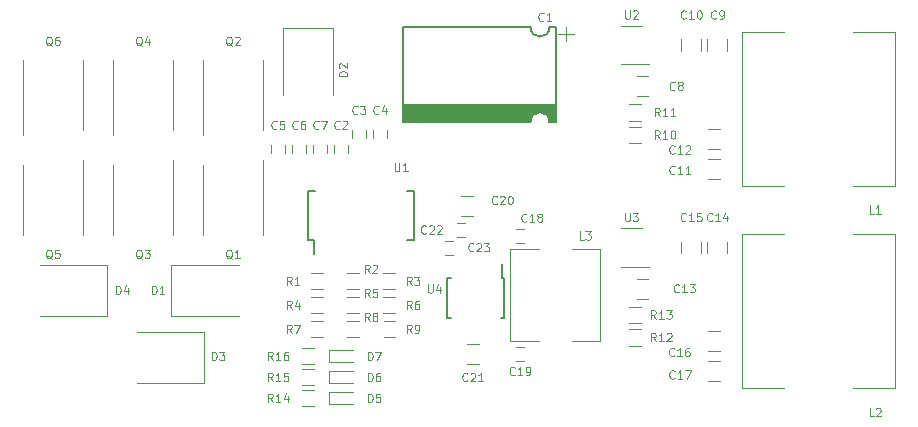
<source format=gbr>
G04 #@! TF.FileFunction,Legend,Top*
%FSLAX46Y46*%
G04 Gerber Fmt 4.6, Leading zero omitted, Abs format (unit mm)*
G04 Created by KiCad (PCBNEW 4.0.7) date Tuesday, March 06, 2018 'AMt' 10:20:30 AM*
%MOMM*%
%LPD*%
G01*
G04 APERTURE LIST*
%ADD10C,0.100000*%
%ADD11C,0.120000*%
%ADD12C,0.150000*%
%ADD13R,0.750020X0.800020*%
%ADD14R,1.000020X1.250020*%
%ADD15R,1.250020X1.000020*%
%ADD16R,2.500020X2.300020*%
%ADD17R,2.300020X2.500020*%
%ADD18R,0.800020X0.800020*%
%ADD19R,5.000020X4.500020*%
%ADD20R,0.610020X1.270020*%
%ADD21R,0.610020X1.020020*%
%ADD22R,3.910020X3.810020*%
%ADD23R,0.500020X0.900020*%
%ADD24R,0.400020X1.200020*%
%ADD25R,1.060020X0.650020*%
%ADD26R,1.905020X7.620020*%
%ADD27R,1.600020X1.600020*%
%ADD28C,1.600020*%
%ADD29R,0.800020X0.750020*%
%ADD30R,2.000020X3.000020*%
%ADD31R,0.300020X1.400020*%
%ADD32R,2.850020X1.650020*%
G04 APERTURE END LIST*
D10*
D11*
X85944000Y-105822000D02*
X85944000Y-106522000D01*
X84744000Y-106522000D02*
X84744000Y-105822000D01*
X87468000Y-104552000D02*
X87468000Y-105252000D01*
X86268000Y-105252000D02*
X86268000Y-104552000D01*
X89246000Y-104552000D02*
X89246000Y-105252000D01*
X88046000Y-105252000D02*
X88046000Y-104552000D01*
X79410000Y-106522000D02*
X79410000Y-105822000D01*
X80610000Y-105822000D02*
X80610000Y-106522000D01*
X81188000Y-106522000D02*
X81188000Y-105822000D01*
X82388000Y-105822000D02*
X82388000Y-106522000D01*
X82966000Y-106522000D02*
X82966000Y-105822000D01*
X84166000Y-105822000D02*
X84166000Y-106522000D01*
X111371000Y-99988000D02*
X110371000Y-99988000D01*
X110371000Y-101688000D02*
X111371000Y-101688000D01*
X118071000Y-97845500D02*
X118071000Y-96845500D01*
X116371000Y-96845500D02*
X116371000Y-97845500D01*
X115848500Y-97845500D02*
X115848500Y-96845500D01*
X114148500Y-96845500D02*
X114148500Y-97845500D01*
X116403500Y-108673000D02*
X117403500Y-108673000D01*
X117403500Y-106973000D02*
X116403500Y-106973000D01*
X116403500Y-106133000D02*
X117403500Y-106133000D01*
X117403500Y-104433000D02*
X116403500Y-104433000D01*
X111371000Y-117133000D02*
X110371000Y-117133000D01*
X110371000Y-118833000D02*
X111371000Y-118833000D01*
X118071000Y-114990500D02*
X118071000Y-113990500D01*
X116371000Y-113990500D02*
X116371000Y-114990500D01*
X115848500Y-114990500D02*
X115848500Y-113990500D01*
X114148500Y-113990500D02*
X114148500Y-114990500D01*
X116403500Y-123278000D02*
X117403500Y-123278000D01*
X117403500Y-121578000D02*
X116403500Y-121578000D01*
X116403500Y-125818000D02*
X117403500Y-125818000D01*
X117403500Y-124118000D02*
X116403500Y-124118000D01*
X96000000Y-124350000D02*
X97000000Y-124350000D01*
X97000000Y-122650000D02*
X96000000Y-122650000D01*
X70990000Y-115960000D02*
X70990000Y-120260000D01*
X70990000Y-120260000D02*
X76690000Y-120260000D01*
X70990000Y-115960000D02*
X76690000Y-115960000D01*
X84700000Y-95900000D02*
X80400000Y-95900000D01*
X80400000Y-95900000D02*
X80400000Y-101600000D01*
X84700000Y-95900000D02*
X84700000Y-101600000D01*
X73790000Y-125975000D02*
X73790000Y-121675000D01*
X73790000Y-121675000D02*
X68090000Y-121675000D01*
X73790000Y-125975000D02*
X68090000Y-125975000D01*
X65535000Y-120260000D02*
X65535000Y-115960000D01*
X65535000Y-115960000D02*
X59835000Y-115960000D01*
X65535000Y-120260000D02*
X59835000Y-120260000D01*
X84298000Y-124976000D02*
X84298000Y-125976000D01*
X84298000Y-125976000D02*
X86398000Y-125976000D01*
X84298000Y-124976000D02*
X86398000Y-124976000D01*
X84298000Y-123198000D02*
X84298000Y-124198000D01*
X84298000Y-124198000D02*
X86398000Y-124198000D01*
X84298000Y-123198000D02*
X86398000Y-123198000D01*
X122893500Y-96243000D02*
X119293500Y-96243000D01*
X119293500Y-96243000D02*
X119293500Y-109243000D01*
X119293500Y-109243000D02*
X122893500Y-109243000D01*
X128693500Y-96243000D02*
X132293500Y-96243000D01*
X132293500Y-96243000D02*
X132293500Y-109243000D01*
X132293500Y-109243000D02*
X128693500Y-109243000D01*
X122893500Y-113388000D02*
X119293500Y-113388000D01*
X119293500Y-113388000D02*
X119293500Y-126388000D01*
X119293500Y-126388000D02*
X122893500Y-126388000D01*
X128693500Y-113388000D02*
X132293500Y-113388000D01*
X132293500Y-113388000D02*
X132293500Y-126388000D01*
X132293500Y-126388000D02*
X128693500Y-126388000D01*
X78770000Y-107090000D02*
X78770000Y-113435000D01*
X73630000Y-107545000D02*
X73630000Y-113435000D01*
X73630000Y-105000000D02*
X73630000Y-98655000D01*
X78770000Y-104545000D02*
X78770000Y-98655000D01*
X71150000Y-107090000D02*
X71150000Y-113435000D01*
X66010000Y-107545000D02*
X66010000Y-113435000D01*
X66010000Y-105000000D02*
X66010000Y-98655000D01*
X71150000Y-104545000D02*
X71150000Y-98655000D01*
X63530000Y-107090000D02*
X63530000Y-113435000D01*
X58390000Y-107545000D02*
X58390000Y-113435000D01*
X58390000Y-105000000D02*
X58390000Y-98655000D01*
X63530000Y-104545000D02*
X63530000Y-98655000D01*
X82812000Y-116668000D02*
X83812000Y-116668000D01*
X83812000Y-118028000D02*
X82812000Y-118028000D01*
X86860000Y-118028000D02*
X85860000Y-118028000D01*
X85860000Y-116668000D02*
X86860000Y-116668000D01*
X88930000Y-116668000D02*
X89930000Y-116668000D01*
X89930000Y-118028000D02*
X88930000Y-118028000D01*
X82812000Y-118700000D02*
X83812000Y-118700000D01*
X83812000Y-120060000D02*
X82812000Y-120060000D01*
X86860000Y-120060000D02*
X85860000Y-120060000D01*
X85860000Y-118700000D02*
X86860000Y-118700000D01*
X88908000Y-118700000D02*
X89908000Y-118700000D01*
X89908000Y-120060000D02*
X88908000Y-120060000D01*
X82812000Y-120732000D02*
X83812000Y-120732000D01*
X83812000Y-122092000D02*
X82812000Y-122092000D01*
X86860000Y-122092000D02*
X85860000Y-122092000D01*
X85860000Y-120732000D02*
X86860000Y-120732000D01*
X88960000Y-120732000D02*
X89960000Y-120732000D01*
X89960000Y-122092000D02*
X88960000Y-122092000D01*
X109736000Y-104285500D02*
X110736000Y-104285500D01*
X110736000Y-105645500D02*
X109736000Y-105645500D01*
X110736000Y-103740500D02*
X109736000Y-103740500D01*
X109736000Y-102380500D02*
X110736000Y-102380500D01*
X109736000Y-121430500D02*
X110736000Y-121430500D01*
X110736000Y-122790500D02*
X109736000Y-122790500D01*
X110736000Y-120885500D02*
X109736000Y-120885500D01*
X109736000Y-119525500D02*
X110736000Y-119525500D01*
X82050000Y-126574000D02*
X83050000Y-126574000D01*
X83050000Y-127934000D02*
X82050000Y-127934000D01*
X82050000Y-124796000D02*
X83050000Y-124796000D01*
X83050000Y-126156000D02*
X82050000Y-126156000D01*
X82050000Y-123018000D02*
X83050000Y-123018000D01*
X83050000Y-124378000D02*
X82050000Y-124378000D01*
D12*
X82583500Y-113895000D02*
X83058500Y-113895000D01*
X82583500Y-109745000D02*
X83141000Y-109745000D01*
X91533500Y-109745000D02*
X90976000Y-109745000D01*
X91533500Y-113895000D02*
X90976000Y-113895000D01*
X82583500Y-113895000D02*
X82583500Y-109745000D01*
X91533500Y-113895000D02*
X91533500Y-109745000D01*
X83058500Y-113895000D02*
X83058500Y-115020000D01*
D11*
X110818500Y-95735500D02*
X109018500Y-95735500D01*
X109018500Y-98955500D02*
X111468500Y-98955500D01*
X110818500Y-112880500D02*
X109018500Y-112880500D01*
X109018500Y-116100500D02*
X111468500Y-116100500D01*
X84298000Y-126754000D02*
X84298000Y-127754000D01*
X84298000Y-127754000D02*
X86398000Y-127754000D01*
X84298000Y-126754000D02*
X86398000Y-126754000D01*
D12*
X90594000Y-102444000D02*
X103594000Y-102444000D01*
X103594000Y-102544000D02*
X90594000Y-102544000D01*
X90594000Y-103744000D02*
X101394000Y-103744000D01*
X101394000Y-103544000D02*
X90594000Y-103544000D01*
X90594000Y-103344000D02*
X101494000Y-103344000D01*
X101694000Y-103144000D02*
X90594000Y-103144000D01*
X90594000Y-102744000D02*
X103594000Y-102744000D01*
X103594000Y-102944000D02*
X90594000Y-102944000D01*
X102694000Y-103144000D02*
X103594000Y-103144000D01*
X103594000Y-103344000D02*
X102894000Y-103344000D01*
X102994000Y-103544000D02*
X103594000Y-103544000D01*
X103594000Y-103744000D02*
X102994000Y-103744000D01*
X101394000Y-103644000D02*
X90594000Y-103644000D01*
X103594000Y-103644000D02*
X102994000Y-103644000D01*
X102994000Y-103444000D02*
X103594000Y-103444000D01*
X90594000Y-103444000D02*
X101394000Y-103444000D01*
X101594000Y-103244000D02*
X90594000Y-103244000D01*
X103594000Y-103244000D02*
X102794000Y-103244000D01*
X90594000Y-103044000D02*
X103594000Y-103044000D01*
X103594000Y-102844000D02*
X90594000Y-102844000D01*
X103594000Y-102644000D02*
X90594000Y-102644000D01*
X103594000Y-95844000D02*
X103594000Y-103844000D01*
X90594000Y-95844000D02*
X101394000Y-95844000D01*
X90594000Y-103844000D02*
X90594000Y-95844000D01*
X101394000Y-103844000D02*
X90594000Y-103844000D01*
X102994000Y-103844000D02*
G75*
G03X101394000Y-103844000I-800000J0D01*
G01*
X103594000Y-103844000D02*
X102994000Y-103844000D01*
D11*
X104394000Y-95844000D02*
X104394000Y-97044000D01*
X105044000Y-96444000D02*
X103744000Y-96444000D01*
D12*
X101394000Y-95844000D02*
G75*
G03X102994000Y-95844000I800000J0D01*
G01*
X103594000Y-95844000D02*
X102994000Y-95844000D01*
D11*
X100150000Y-112900000D02*
X100850000Y-112900000D01*
X100850000Y-114100000D02*
X100150000Y-114100000D01*
X100150000Y-122900000D02*
X100850000Y-122900000D01*
X100850000Y-124100000D02*
X100150000Y-124100000D01*
X95500000Y-111850000D02*
X96500000Y-111850000D01*
X96500000Y-110150000D02*
X95500000Y-110150000D01*
X95150000Y-112400000D02*
X95850000Y-112400000D01*
X95850000Y-113600000D02*
X95150000Y-113600000D01*
X94150000Y-113900000D02*
X94850000Y-113900000D01*
X94850000Y-115100000D02*
X94150000Y-115100000D01*
X104900000Y-122400000D02*
X107300000Y-122400000D01*
X107300000Y-122400000D02*
X107300000Y-114600000D01*
X102100000Y-114600000D02*
X99700000Y-114600000D01*
X99700000Y-114600000D02*
X99700000Y-122400000D01*
X99700000Y-122400000D02*
X102100000Y-122400000D01*
X104900000Y-114600000D02*
X107300000Y-114600000D01*
D12*
X99175000Y-117075000D02*
X98950000Y-117075000D01*
X99175000Y-120425000D02*
X98875000Y-120425000D01*
X94325000Y-120425000D02*
X94625000Y-120425000D01*
X94325000Y-117075000D02*
X94625000Y-117075000D01*
X99175000Y-117075000D02*
X99175000Y-120425000D01*
X94325000Y-117075000D02*
X94325000Y-120425000D01*
X98950000Y-117075000D02*
X98950000Y-115850000D01*
D10*
X85227334Y-104390000D02*
X85194000Y-104423333D01*
X85094000Y-104456667D01*
X85027334Y-104456667D01*
X84927334Y-104423333D01*
X84860667Y-104356667D01*
X84827334Y-104290000D01*
X84794000Y-104156667D01*
X84794000Y-104056667D01*
X84827334Y-103923333D01*
X84860667Y-103856667D01*
X84927334Y-103790000D01*
X85027334Y-103756667D01*
X85094000Y-103756667D01*
X85194000Y-103790000D01*
X85227334Y-103823333D01*
X85494000Y-103823333D02*
X85527334Y-103790000D01*
X85594000Y-103756667D01*
X85760667Y-103756667D01*
X85827334Y-103790000D01*
X85860667Y-103823333D01*
X85894000Y-103890000D01*
X85894000Y-103956667D01*
X85860667Y-104056667D01*
X85460667Y-104456667D01*
X85894000Y-104456667D01*
X86751334Y-103120000D02*
X86718000Y-103153333D01*
X86618000Y-103186667D01*
X86551334Y-103186667D01*
X86451334Y-103153333D01*
X86384667Y-103086667D01*
X86351334Y-103020000D01*
X86318000Y-102886667D01*
X86318000Y-102786667D01*
X86351334Y-102653333D01*
X86384667Y-102586667D01*
X86451334Y-102520000D01*
X86551334Y-102486667D01*
X86618000Y-102486667D01*
X86718000Y-102520000D01*
X86751334Y-102553333D01*
X86984667Y-102486667D02*
X87418000Y-102486667D01*
X87184667Y-102753333D01*
X87284667Y-102753333D01*
X87351334Y-102786667D01*
X87384667Y-102820000D01*
X87418000Y-102886667D01*
X87418000Y-103053333D01*
X87384667Y-103120000D01*
X87351334Y-103153333D01*
X87284667Y-103186667D01*
X87084667Y-103186667D01*
X87018000Y-103153333D01*
X86984667Y-103120000D01*
X88529334Y-103120000D02*
X88496000Y-103153333D01*
X88396000Y-103186667D01*
X88329334Y-103186667D01*
X88229334Y-103153333D01*
X88162667Y-103086667D01*
X88129334Y-103020000D01*
X88096000Y-102886667D01*
X88096000Y-102786667D01*
X88129334Y-102653333D01*
X88162667Y-102586667D01*
X88229334Y-102520000D01*
X88329334Y-102486667D01*
X88396000Y-102486667D01*
X88496000Y-102520000D01*
X88529334Y-102553333D01*
X89129334Y-102720000D02*
X89129334Y-103186667D01*
X88962667Y-102453333D02*
X88796000Y-102953333D01*
X89229334Y-102953333D01*
X79893334Y-104390000D02*
X79860000Y-104423333D01*
X79760000Y-104456667D01*
X79693334Y-104456667D01*
X79593334Y-104423333D01*
X79526667Y-104356667D01*
X79493334Y-104290000D01*
X79460000Y-104156667D01*
X79460000Y-104056667D01*
X79493334Y-103923333D01*
X79526667Y-103856667D01*
X79593334Y-103790000D01*
X79693334Y-103756667D01*
X79760000Y-103756667D01*
X79860000Y-103790000D01*
X79893334Y-103823333D01*
X80526667Y-103756667D02*
X80193334Y-103756667D01*
X80160000Y-104090000D01*
X80193334Y-104056667D01*
X80260000Y-104023333D01*
X80426667Y-104023333D01*
X80493334Y-104056667D01*
X80526667Y-104090000D01*
X80560000Y-104156667D01*
X80560000Y-104323333D01*
X80526667Y-104390000D01*
X80493334Y-104423333D01*
X80426667Y-104456667D01*
X80260000Y-104456667D01*
X80193334Y-104423333D01*
X80160000Y-104390000D01*
X81671334Y-104390000D02*
X81638000Y-104423333D01*
X81538000Y-104456667D01*
X81471334Y-104456667D01*
X81371334Y-104423333D01*
X81304667Y-104356667D01*
X81271334Y-104290000D01*
X81238000Y-104156667D01*
X81238000Y-104056667D01*
X81271334Y-103923333D01*
X81304667Y-103856667D01*
X81371334Y-103790000D01*
X81471334Y-103756667D01*
X81538000Y-103756667D01*
X81638000Y-103790000D01*
X81671334Y-103823333D01*
X82271334Y-103756667D02*
X82138000Y-103756667D01*
X82071334Y-103790000D01*
X82038000Y-103823333D01*
X81971334Y-103923333D01*
X81938000Y-104056667D01*
X81938000Y-104323333D01*
X81971334Y-104390000D01*
X82004667Y-104423333D01*
X82071334Y-104456667D01*
X82204667Y-104456667D01*
X82271334Y-104423333D01*
X82304667Y-104390000D01*
X82338000Y-104323333D01*
X82338000Y-104156667D01*
X82304667Y-104090000D01*
X82271334Y-104056667D01*
X82204667Y-104023333D01*
X82071334Y-104023333D01*
X82004667Y-104056667D01*
X81971334Y-104090000D01*
X81938000Y-104156667D01*
X83449334Y-104390000D02*
X83416000Y-104423333D01*
X83316000Y-104456667D01*
X83249334Y-104456667D01*
X83149334Y-104423333D01*
X83082667Y-104356667D01*
X83049334Y-104290000D01*
X83016000Y-104156667D01*
X83016000Y-104056667D01*
X83049334Y-103923333D01*
X83082667Y-103856667D01*
X83149334Y-103790000D01*
X83249334Y-103756667D01*
X83316000Y-103756667D01*
X83416000Y-103790000D01*
X83449334Y-103823333D01*
X83682667Y-103756667D02*
X84149334Y-103756667D01*
X83849334Y-104456667D01*
X113611834Y-101088000D02*
X113578500Y-101121333D01*
X113478500Y-101154667D01*
X113411834Y-101154667D01*
X113311834Y-101121333D01*
X113245167Y-101054667D01*
X113211834Y-100988000D01*
X113178500Y-100854667D01*
X113178500Y-100754667D01*
X113211834Y-100621333D01*
X113245167Y-100554667D01*
X113311834Y-100488000D01*
X113411834Y-100454667D01*
X113478500Y-100454667D01*
X113578500Y-100488000D01*
X113611834Y-100521333D01*
X114011834Y-100754667D02*
X113945167Y-100721333D01*
X113911834Y-100688000D01*
X113878500Y-100621333D01*
X113878500Y-100588000D01*
X113911834Y-100521333D01*
X113945167Y-100488000D01*
X114011834Y-100454667D01*
X114145167Y-100454667D01*
X114211834Y-100488000D01*
X114245167Y-100521333D01*
X114278500Y-100588000D01*
X114278500Y-100621333D01*
X114245167Y-100688000D01*
X114211834Y-100721333D01*
X114145167Y-100754667D01*
X114011834Y-100754667D01*
X113945167Y-100788000D01*
X113911834Y-100821333D01*
X113878500Y-100888000D01*
X113878500Y-101021333D01*
X113911834Y-101088000D01*
X113945167Y-101121333D01*
X114011834Y-101154667D01*
X114145167Y-101154667D01*
X114211834Y-101121333D01*
X114245167Y-101088000D01*
X114278500Y-101021333D01*
X114278500Y-100888000D01*
X114245167Y-100821333D01*
X114211834Y-100788000D01*
X114145167Y-100754667D01*
X117104334Y-95055500D02*
X117071000Y-95088833D01*
X116971000Y-95122167D01*
X116904334Y-95122167D01*
X116804334Y-95088833D01*
X116737667Y-95022167D01*
X116704334Y-94955500D01*
X116671000Y-94822167D01*
X116671000Y-94722167D01*
X116704334Y-94588833D01*
X116737667Y-94522167D01*
X116804334Y-94455500D01*
X116904334Y-94422167D01*
X116971000Y-94422167D01*
X117071000Y-94455500D01*
X117104334Y-94488833D01*
X117437667Y-95122167D02*
X117571000Y-95122167D01*
X117637667Y-95088833D01*
X117671000Y-95055500D01*
X117737667Y-94955500D01*
X117771000Y-94822167D01*
X117771000Y-94555500D01*
X117737667Y-94488833D01*
X117704334Y-94455500D01*
X117637667Y-94422167D01*
X117504334Y-94422167D01*
X117437667Y-94455500D01*
X117404334Y-94488833D01*
X117371000Y-94555500D01*
X117371000Y-94722167D01*
X117404334Y-94788833D01*
X117437667Y-94822167D01*
X117504334Y-94855500D01*
X117637667Y-94855500D01*
X117704334Y-94822167D01*
X117737667Y-94788833D01*
X117771000Y-94722167D01*
X114548500Y-95055500D02*
X114515166Y-95088833D01*
X114415166Y-95122167D01*
X114348500Y-95122167D01*
X114248500Y-95088833D01*
X114181833Y-95022167D01*
X114148500Y-94955500D01*
X114115166Y-94822167D01*
X114115166Y-94722167D01*
X114148500Y-94588833D01*
X114181833Y-94522167D01*
X114248500Y-94455500D01*
X114348500Y-94422167D01*
X114415166Y-94422167D01*
X114515166Y-94455500D01*
X114548500Y-94488833D01*
X115215166Y-95122167D02*
X114815166Y-95122167D01*
X115015166Y-95122167D02*
X115015166Y-94422167D01*
X114948500Y-94522167D01*
X114881833Y-94588833D01*
X114815166Y-94622167D01*
X115648500Y-94422167D02*
X115715167Y-94422167D01*
X115781833Y-94455500D01*
X115815167Y-94488833D01*
X115848500Y-94555500D01*
X115881833Y-94688833D01*
X115881833Y-94855500D01*
X115848500Y-94988833D01*
X115815167Y-95055500D01*
X115781833Y-95088833D01*
X115715167Y-95122167D01*
X115648500Y-95122167D01*
X115581833Y-95088833D01*
X115548500Y-95055500D01*
X115515167Y-94988833D01*
X115481833Y-94855500D01*
X115481833Y-94688833D01*
X115515167Y-94555500D01*
X115548500Y-94488833D01*
X115581833Y-94455500D01*
X115648500Y-94422167D01*
X113596000Y-108200000D02*
X113562666Y-108233333D01*
X113462666Y-108266667D01*
X113396000Y-108266667D01*
X113296000Y-108233333D01*
X113229333Y-108166667D01*
X113196000Y-108100000D01*
X113162666Y-107966667D01*
X113162666Y-107866667D01*
X113196000Y-107733333D01*
X113229333Y-107666667D01*
X113296000Y-107600000D01*
X113396000Y-107566667D01*
X113462666Y-107566667D01*
X113562666Y-107600000D01*
X113596000Y-107633333D01*
X114262666Y-108266667D02*
X113862666Y-108266667D01*
X114062666Y-108266667D02*
X114062666Y-107566667D01*
X113996000Y-107666667D01*
X113929333Y-107733333D01*
X113862666Y-107766667D01*
X114929333Y-108266667D02*
X114529333Y-108266667D01*
X114729333Y-108266667D02*
X114729333Y-107566667D01*
X114662667Y-107666667D01*
X114596000Y-107733333D01*
X114529333Y-107766667D01*
X113596000Y-106485500D02*
X113562666Y-106518833D01*
X113462666Y-106552167D01*
X113396000Y-106552167D01*
X113296000Y-106518833D01*
X113229333Y-106452167D01*
X113196000Y-106385500D01*
X113162666Y-106252167D01*
X113162666Y-106152167D01*
X113196000Y-106018833D01*
X113229333Y-105952167D01*
X113296000Y-105885500D01*
X113396000Y-105852167D01*
X113462666Y-105852167D01*
X113562666Y-105885500D01*
X113596000Y-105918833D01*
X114262666Y-106552167D02*
X113862666Y-106552167D01*
X114062666Y-106552167D02*
X114062666Y-105852167D01*
X113996000Y-105952167D01*
X113929333Y-106018833D01*
X113862666Y-106052167D01*
X114529333Y-105918833D02*
X114562667Y-105885500D01*
X114629333Y-105852167D01*
X114796000Y-105852167D01*
X114862667Y-105885500D01*
X114896000Y-105918833D01*
X114929333Y-105985500D01*
X114929333Y-106052167D01*
X114896000Y-106152167D01*
X114496000Y-106552167D01*
X114929333Y-106552167D01*
X113961000Y-118233000D02*
X113927666Y-118266333D01*
X113827666Y-118299667D01*
X113761000Y-118299667D01*
X113661000Y-118266333D01*
X113594333Y-118199667D01*
X113561000Y-118133000D01*
X113527666Y-117999667D01*
X113527666Y-117899667D01*
X113561000Y-117766333D01*
X113594333Y-117699667D01*
X113661000Y-117633000D01*
X113761000Y-117599667D01*
X113827666Y-117599667D01*
X113927666Y-117633000D01*
X113961000Y-117666333D01*
X114627666Y-118299667D02*
X114227666Y-118299667D01*
X114427666Y-118299667D02*
X114427666Y-117599667D01*
X114361000Y-117699667D01*
X114294333Y-117766333D01*
X114227666Y-117799667D01*
X114861000Y-117599667D02*
X115294333Y-117599667D01*
X115061000Y-117866333D01*
X115161000Y-117866333D01*
X115227667Y-117899667D01*
X115261000Y-117933000D01*
X115294333Y-117999667D01*
X115294333Y-118166333D01*
X115261000Y-118233000D01*
X115227667Y-118266333D01*
X115161000Y-118299667D01*
X114961000Y-118299667D01*
X114894333Y-118266333D01*
X114861000Y-118233000D01*
X116771000Y-112200500D02*
X116737666Y-112233833D01*
X116637666Y-112267167D01*
X116571000Y-112267167D01*
X116471000Y-112233833D01*
X116404333Y-112167167D01*
X116371000Y-112100500D01*
X116337666Y-111967167D01*
X116337666Y-111867167D01*
X116371000Y-111733833D01*
X116404333Y-111667167D01*
X116471000Y-111600500D01*
X116571000Y-111567167D01*
X116637666Y-111567167D01*
X116737666Y-111600500D01*
X116771000Y-111633833D01*
X117437666Y-112267167D02*
X117037666Y-112267167D01*
X117237666Y-112267167D02*
X117237666Y-111567167D01*
X117171000Y-111667167D01*
X117104333Y-111733833D01*
X117037666Y-111767167D01*
X118037667Y-111800500D02*
X118037667Y-112267167D01*
X117871000Y-111533833D02*
X117704333Y-112033833D01*
X118137667Y-112033833D01*
X114548500Y-112200500D02*
X114515166Y-112233833D01*
X114415166Y-112267167D01*
X114348500Y-112267167D01*
X114248500Y-112233833D01*
X114181833Y-112167167D01*
X114148500Y-112100500D01*
X114115166Y-111967167D01*
X114115166Y-111867167D01*
X114148500Y-111733833D01*
X114181833Y-111667167D01*
X114248500Y-111600500D01*
X114348500Y-111567167D01*
X114415166Y-111567167D01*
X114515166Y-111600500D01*
X114548500Y-111633833D01*
X115215166Y-112267167D02*
X114815166Y-112267167D01*
X115015166Y-112267167D02*
X115015166Y-111567167D01*
X114948500Y-111667167D01*
X114881833Y-111733833D01*
X114815166Y-111767167D01*
X115848500Y-111567167D02*
X115515167Y-111567167D01*
X115481833Y-111900500D01*
X115515167Y-111867167D01*
X115581833Y-111833833D01*
X115748500Y-111833833D01*
X115815167Y-111867167D01*
X115848500Y-111900500D01*
X115881833Y-111967167D01*
X115881833Y-112133833D01*
X115848500Y-112200500D01*
X115815167Y-112233833D01*
X115748500Y-112267167D01*
X115581833Y-112267167D01*
X115515167Y-112233833D01*
X115481833Y-112200500D01*
X113548500Y-123630500D02*
X113515166Y-123663833D01*
X113415166Y-123697167D01*
X113348500Y-123697167D01*
X113248500Y-123663833D01*
X113181833Y-123597167D01*
X113148500Y-123530500D01*
X113115166Y-123397167D01*
X113115166Y-123297167D01*
X113148500Y-123163833D01*
X113181833Y-123097167D01*
X113248500Y-123030500D01*
X113348500Y-122997167D01*
X113415166Y-122997167D01*
X113515166Y-123030500D01*
X113548500Y-123063833D01*
X114215166Y-123697167D02*
X113815166Y-123697167D01*
X114015166Y-123697167D02*
X114015166Y-122997167D01*
X113948500Y-123097167D01*
X113881833Y-123163833D01*
X113815166Y-123197167D01*
X114815167Y-122997167D02*
X114681833Y-122997167D01*
X114615167Y-123030500D01*
X114581833Y-123063833D01*
X114515167Y-123163833D01*
X114481833Y-123297167D01*
X114481833Y-123563833D01*
X114515167Y-123630500D01*
X114548500Y-123663833D01*
X114615167Y-123697167D01*
X114748500Y-123697167D01*
X114815167Y-123663833D01*
X114848500Y-123630500D01*
X114881833Y-123563833D01*
X114881833Y-123397167D01*
X114848500Y-123330500D01*
X114815167Y-123297167D01*
X114748500Y-123263833D01*
X114615167Y-123263833D01*
X114548500Y-123297167D01*
X114515167Y-123330500D01*
X114481833Y-123397167D01*
X113596000Y-125535500D02*
X113562666Y-125568833D01*
X113462666Y-125602167D01*
X113396000Y-125602167D01*
X113296000Y-125568833D01*
X113229333Y-125502167D01*
X113196000Y-125435500D01*
X113162666Y-125302167D01*
X113162666Y-125202167D01*
X113196000Y-125068833D01*
X113229333Y-125002167D01*
X113296000Y-124935500D01*
X113396000Y-124902167D01*
X113462666Y-124902167D01*
X113562666Y-124935500D01*
X113596000Y-124968833D01*
X114262666Y-125602167D02*
X113862666Y-125602167D01*
X114062666Y-125602167D02*
X114062666Y-124902167D01*
X113996000Y-125002167D01*
X113929333Y-125068833D01*
X113862666Y-125102167D01*
X114496000Y-124902167D02*
X114962667Y-124902167D01*
X114662667Y-125602167D01*
X96050000Y-125750000D02*
X96016666Y-125783333D01*
X95916666Y-125816667D01*
X95850000Y-125816667D01*
X95750000Y-125783333D01*
X95683333Y-125716667D01*
X95650000Y-125650000D01*
X95616666Y-125516667D01*
X95616666Y-125416667D01*
X95650000Y-125283333D01*
X95683333Y-125216667D01*
X95750000Y-125150000D01*
X95850000Y-125116667D01*
X95916666Y-125116667D01*
X96016666Y-125150000D01*
X96050000Y-125183333D01*
X96316666Y-125183333D02*
X96350000Y-125150000D01*
X96416666Y-125116667D01*
X96583333Y-125116667D01*
X96650000Y-125150000D01*
X96683333Y-125183333D01*
X96716666Y-125250000D01*
X96716666Y-125316667D01*
X96683333Y-125416667D01*
X96283333Y-125816667D01*
X96716666Y-125816667D01*
X97383333Y-125816667D02*
X96983333Y-125816667D01*
X97183333Y-125816667D02*
X97183333Y-125116667D01*
X97116667Y-125216667D01*
X97050000Y-125283333D01*
X96983333Y-125316667D01*
X69333334Y-118426667D02*
X69333334Y-117726667D01*
X69500000Y-117726667D01*
X69600000Y-117760000D01*
X69666667Y-117826667D01*
X69700000Y-117893333D01*
X69733334Y-118026667D01*
X69733334Y-118126667D01*
X69700000Y-118260000D01*
X69666667Y-118326667D01*
X69600000Y-118393333D01*
X69500000Y-118426667D01*
X69333334Y-118426667D01*
X70400000Y-118426667D02*
X70000000Y-118426667D01*
X70200000Y-118426667D02*
X70200000Y-117726667D01*
X70133334Y-117826667D01*
X70066667Y-117893333D01*
X70000000Y-117926667D01*
X85866667Y-99966666D02*
X85166667Y-99966666D01*
X85166667Y-99800000D01*
X85200000Y-99700000D01*
X85266667Y-99633333D01*
X85333333Y-99600000D01*
X85466667Y-99566666D01*
X85566667Y-99566666D01*
X85700000Y-99600000D01*
X85766667Y-99633333D01*
X85833333Y-99700000D01*
X85866667Y-99800000D01*
X85866667Y-99966666D01*
X85233333Y-99300000D02*
X85200000Y-99266666D01*
X85166667Y-99200000D01*
X85166667Y-99033333D01*
X85200000Y-98966666D01*
X85233333Y-98933333D01*
X85300000Y-98900000D01*
X85366667Y-98900000D01*
X85466667Y-98933333D01*
X85866667Y-99333333D01*
X85866667Y-98900000D01*
X74413334Y-124014667D02*
X74413334Y-123314667D01*
X74580000Y-123314667D01*
X74680000Y-123348000D01*
X74746667Y-123414667D01*
X74780000Y-123481333D01*
X74813334Y-123614667D01*
X74813334Y-123714667D01*
X74780000Y-123848000D01*
X74746667Y-123914667D01*
X74680000Y-123981333D01*
X74580000Y-124014667D01*
X74413334Y-124014667D01*
X75046667Y-123314667D02*
X75480000Y-123314667D01*
X75246667Y-123581333D01*
X75346667Y-123581333D01*
X75413334Y-123614667D01*
X75446667Y-123648000D01*
X75480000Y-123714667D01*
X75480000Y-123881333D01*
X75446667Y-123948000D01*
X75413334Y-123981333D01*
X75346667Y-124014667D01*
X75146667Y-124014667D01*
X75080000Y-123981333D01*
X75046667Y-123948000D01*
X66285334Y-118426667D02*
X66285334Y-117726667D01*
X66452000Y-117726667D01*
X66552000Y-117760000D01*
X66618667Y-117826667D01*
X66652000Y-117893333D01*
X66685334Y-118026667D01*
X66685334Y-118126667D01*
X66652000Y-118260000D01*
X66618667Y-118326667D01*
X66552000Y-118393333D01*
X66452000Y-118426667D01*
X66285334Y-118426667D01*
X67285334Y-117960000D02*
X67285334Y-118426667D01*
X67118667Y-117693333D02*
X66952000Y-118193333D01*
X67385334Y-118193333D01*
X87621334Y-125792667D02*
X87621334Y-125092667D01*
X87788000Y-125092667D01*
X87888000Y-125126000D01*
X87954667Y-125192667D01*
X87988000Y-125259333D01*
X88021334Y-125392667D01*
X88021334Y-125492667D01*
X87988000Y-125626000D01*
X87954667Y-125692667D01*
X87888000Y-125759333D01*
X87788000Y-125792667D01*
X87621334Y-125792667D01*
X88621334Y-125092667D02*
X88488000Y-125092667D01*
X88421334Y-125126000D01*
X88388000Y-125159333D01*
X88321334Y-125259333D01*
X88288000Y-125392667D01*
X88288000Y-125659333D01*
X88321334Y-125726000D01*
X88354667Y-125759333D01*
X88421334Y-125792667D01*
X88554667Y-125792667D01*
X88621334Y-125759333D01*
X88654667Y-125726000D01*
X88688000Y-125659333D01*
X88688000Y-125492667D01*
X88654667Y-125426000D01*
X88621334Y-125392667D01*
X88554667Y-125359333D01*
X88421334Y-125359333D01*
X88354667Y-125392667D01*
X88321334Y-125426000D01*
X88288000Y-125492667D01*
X87621334Y-124014667D02*
X87621334Y-123314667D01*
X87788000Y-123314667D01*
X87888000Y-123348000D01*
X87954667Y-123414667D01*
X87988000Y-123481333D01*
X88021334Y-123614667D01*
X88021334Y-123714667D01*
X87988000Y-123848000D01*
X87954667Y-123914667D01*
X87888000Y-123981333D01*
X87788000Y-124014667D01*
X87621334Y-124014667D01*
X88254667Y-123314667D02*
X88721334Y-123314667D01*
X88421334Y-124014667D01*
X130439333Y-111632167D02*
X130106000Y-111632167D01*
X130106000Y-110932167D01*
X131039333Y-111632167D02*
X130639333Y-111632167D01*
X130839333Y-111632167D02*
X130839333Y-110932167D01*
X130772667Y-111032167D01*
X130706000Y-111098833D01*
X130639333Y-111132167D01*
X130439333Y-128777167D02*
X130106000Y-128777167D01*
X130106000Y-128077167D01*
X130639333Y-128143833D02*
X130672667Y-128110500D01*
X130739333Y-128077167D01*
X130906000Y-128077167D01*
X130972667Y-128110500D01*
X131006000Y-128143833D01*
X131039333Y-128210500D01*
X131039333Y-128277167D01*
X131006000Y-128377167D01*
X130606000Y-128777167D01*
X131039333Y-128777167D01*
X76133333Y-115445333D02*
X76066667Y-115412000D01*
X76000000Y-115345333D01*
X75900000Y-115245333D01*
X75833333Y-115212000D01*
X75766667Y-115212000D01*
X75800000Y-115378667D02*
X75733333Y-115345333D01*
X75666667Y-115278667D01*
X75633333Y-115145333D01*
X75633333Y-114912000D01*
X75666667Y-114778667D01*
X75733333Y-114712000D01*
X75800000Y-114678667D01*
X75933333Y-114678667D01*
X76000000Y-114712000D01*
X76066667Y-114778667D01*
X76100000Y-114912000D01*
X76100000Y-115145333D01*
X76066667Y-115278667D01*
X76000000Y-115345333D01*
X75933333Y-115378667D01*
X75800000Y-115378667D01*
X76766666Y-115378667D02*
X76366666Y-115378667D01*
X76566666Y-115378667D02*
X76566666Y-114678667D01*
X76500000Y-114778667D01*
X76433333Y-114845333D01*
X76366666Y-114878667D01*
X76133333Y-97411333D02*
X76066667Y-97378000D01*
X76000000Y-97311333D01*
X75900000Y-97211333D01*
X75833333Y-97178000D01*
X75766667Y-97178000D01*
X75800000Y-97344667D02*
X75733333Y-97311333D01*
X75666667Y-97244667D01*
X75633333Y-97111333D01*
X75633333Y-96878000D01*
X75666667Y-96744667D01*
X75733333Y-96678000D01*
X75800000Y-96644667D01*
X75933333Y-96644667D01*
X76000000Y-96678000D01*
X76066667Y-96744667D01*
X76100000Y-96878000D01*
X76100000Y-97111333D01*
X76066667Y-97244667D01*
X76000000Y-97311333D01*
X75933333Y-97344667D01*
X75800000Y-97344667D01*
X76366666Y-96711333D02*
X76400000Y-96678000D01*
X76466666Y-96644667D01*
X76633333Y-96644667D01*
X76700000Y-96678000D01*
X76733333Y-96711333D01*
X76766666Y-96778000D01*
X76766666Y-96844667D01*
X76733333Y-96944667D01*
X76333333Y-97344667D01*
X76766666Y-97344667D01*
X68513333Y-115445333D02*
X68446667Y-115412000D01*
X68380000Y-115345333D01*
X68280000Y-115245333D01*
X68213333Y-115212000D01*
X68146667Y-115212000D01*
X68180000Y-115378667D02*
X68113333Y-115345333D01*
X68046667Y-115278667D01*
X68013333Y-115145333D01*
X68013333Y-114912000D01*
X68046667Y-114778667D01*
X68113333Y-114712000D01*
X68180000Y-114678667D01*
X68313333Y-114678667D01*
X68380000Y-114712000D01*
X68446667Y-114778667D01*
X68480000Y-114912000D01*
X68480000Y-115145333D01*
X68446667Y-115278667D01*
X68380000Y-115345333D01*
X68313333Y-115378667D01*
X68180000Y-115378667D01*
X68713333Y-114678667D02*
X69146666Y-114678667D01*
X68913333Y-114945333D01*
X69013333Y-114945333D01*
X69080000Y-114978667D01*
X69113333Y-115012000D01*
X69146666Y-115078667D01*
X69146666Y-115245333D01*
X69113333Y-115312000D01*
X69080000Y-115345333D01*
X69013333Y-115378667D01*
X68813333Y-115378667D01*
X68746666Y-115345333D01*
X68713333Y-115312000D01*
X68513333Y-97411333D02*
X68446667Y-97378000D01*
X68380000Y-97311333D01*
X68280000Y-97211333D01*
X68213333Y-97178000D01*
X68146667Y-97178000D01*
X68180000Y-97344667D02*
X68113333Y-97311333D01*
X68046667Y-97244667D01*
X68013333Y-97111333D01*
X68013333Y-96878000D01*
X68046667Y-96744667D01*
X68113333Y-96678000D01*
X68180000Y-96644667D01*
X68313333Y-96644667D01*
X68380000Y-96678000D01*
X68446667Y-96744667D01*
X68480000Y-96878000D01*
X68480000Y-97111333D01*
X68446667Y-97244667D01*
X68380000Y-97311333D01*
X68313333Y-97344667D01*
X68180000Y-97344667D01*
X69080000Y-96878000D02*
X69080000Y-97344667D01*
X68913333Y-96611333D02*
X68746666Y-97111333D01*
X69180000Y-97111333D01*
X60893333Y-115445333D02*
X60826667Y-115412000D01*
X60760000Y-115345333D01*
X60660000Y-115245333D01*
X60593333Y-115212000D01*
X60526667Y-115212000D01*
X60560000Y-115378667D02*
X60493333Y-115345333D01*
X60426667Y-115278667D01*
X60393333Y-115145333D01*
X60393333Y-114912000D01*
X60426667Y-114778667D01*
X60493333Y-114712000D01*
X60560000Y-114678667D01*
X60693333Y-114678667D01*
X60760000Y-114712000D01*
X60826667Y-114778667D01*
X60860000Y-114912000D01*
X60860000Y-115145333D01*
X60826667Y-115278667D01*
X60760000Y-115345333D01*
X60693333Y-115378667D01*
X60560000Y-115378667D01*
X61493333Y-114678667D02*
X61160000Y-114678667D01*
X61126666Y-115012000D01*
X61160000Y-114978667D01*
X61226666Y-114945333D01*
X61393333Y-114945333D01*
X61460000Y-114978667D01*
X61493333Y-115012000D01*
X61526666Y-115078667D01*
X61526666Y-115245333D01*
X61493333Y-115312000D01*
X61460000Y-115345333D01*
X61393333Y-115378667D01*
X61226666Y-115378667D01*
X61160000Y-115345333D01*
X61126666Y-115312000D01*
X60893333Y-97411333D02*
X60826667Y-97378000D01*
X60760000Y-97311333D01*
X60660000Y-97211333D01*
X60593333Y-97178000D01*
X60526667Y-97178000D01*
X60560000Y-97344667D02*
X60493333Y-97311333D01*
X60426667Y-97244667D01*
X60393333Y-97111333D01*
X60393333Y-96878000D01*
X60426667Y-96744667D01*
X60493333Y-96678000D01*
X60560000Y-96644667D01*
X60693333Y-96644667D01*
X60760000Y-96678000D01*
X60826667Y-96744667D01*
X60860000Y-96878000D01*
X60860000Y-97111333D01*
X60826667Y-97244667D01*
X60760000Y-97311333D01*
X60693333Y-97344667D01*
X60560000Y-97344667D01*
X61460000Y-96644667D02*
X61326666Y-96644667D01*
X61260000Y-96678000D01*
X61226666Y-96711333D01*
X61160000Y-96811333D01*
X61126666Y-96944667D01*
X61126666Y-97211333D01*
X61160000Y-97278000D01*
X61193333Y-97311333D01*
X61260000Y-97344667D01*
X61393333Y-97344667D01*
X61460000Y-97311333D01*
X61493333Y-97278000D01*
X61526666Y-97211333D01*
X61526666Y-97044667D01*
X61493333Y-96978000D01*
X61460000Y-96944667D01*
X61393333Y-96911333D01*
X61260000Y-96911333D01*
X61193333Y-96944667D01*
X61160000Y-96978000D01*
X61126666Y-97044667D01*
X81163334Y-117664667D02*
X80930000Y-117331333D01*
X80763334Y-117664667D02*
X80763334Y-116964667D01*
X81030000Y-116964667D01*
X81096667Y-116998000D01*
X81130000Y-117031333D01*
X81163334Y-117098000D01*
X81163334Y-117198000D01*
X81130000Y-117264667D01*
X81096667Y-117298000D01*
X81030000Y-117331333D01*
X80763334Y-117331333D01*
X81830000Y-117664667D02*
X81430000Y-117664667D01*
X81630000Y-117664667D02*
X81630000Y-116964667D01*
X81563334Y-117064667D01*
X81496667Y-117131333D01*
X81430000Y-117164667D01*
X87767334Y-116648667D02*
X87534000Y-116315333D01*
X87367334Y-116648667D02*
X87367334Y-115948667D01*
X87634000Y-115948667D01*
X87700667Y-115982000D01*
X87734000Y-116015333D01*
X87767334Y-116082000D01*
X87767334Y-116182000D01*
X87734000Y-116248667D01*
X87700667Y-116282000D01*
X87634000Y-116315333D01*
X87367334Y-116315333D01*
X88034000Y-116015333D02*
X88067334Y-115982000D01*
X88134000Y-115948667D01*
X88300667Y-115948667D01*
X88367334Y-115982000D01*
X88400667Y-116015333D01*
X88434000Y-116082000D01*
X88434000Y-116148667D01*
X88400667Y-116248667D01*
X88000667Y-116648667D01*
X88434000Y-116648667D01*
X91323334Y-117664667D02*
X91090000Y-117331333D01*
X90923334Y-117664667D02*
X90923334Y-116964667D01*
X91190000Y-116964667D01*
X91256667Y-116998000D01*
X91290000Y-117031333D01*
X91323334Y-117098000D01*
X91323334Y-117198000D01*
X91290000Y-117264667D01*
X91256667Y-117298000D01*
X91190000Y-117331333D01*
X90923334Y-117331333D01*
X91556667Y-116964667D02*
X91990000Y-116964667D01*
X91756667Y-117231333D01*
X91856667Y-117231333D01*
X91923334Y-117264667D01*
X91956667Y-117298000D01*
X91990000Y-117364667D01*
X91990000Y-117531333D01*
X91956667Y-117598000D01*
X91923334Y-117631333D01*
X91856667Y-117664667D01*
X91656667Y-117664667D01*
X91590000Y-117631333D01*
X91556667Y-117598000D01*
X81163334Y-119696667D02*
X80930000Y-119363333D01*
X80763334Y-119696667D02*
X80763334Y-118996667D01*
X81030000Y-118996667D01*
X81096667Y-119030000D01*
X81130000Y-119063333D01*
X81163334Y-119130000D01*
X81163334Y-119230000D01*
X81130000Y-119296667D01*
X81096667Y-119330000D01*
X81030000Y-119363333D01*
X80763334Y-119363333D01*
X81763334Y-119230000D02*
X81763334Y-119696667D01*
X81596667Y-118963333D02*
X81430000Y-119463333D01*
X81863334Y-119463333D01*
X87767334Y-118680667D02*
X87534000Y-118347333D01*
X87367334Y-118680667D02*
X87367334Y-117980667D01*
X87634000Y-117980667D01*
X87700667Y-118014000D01*
X87734000Y-118047333D01*
X87767334Y-118114000D01*
X87767334Y-118214000D01*
X87734000Y-118280667D01*
X87700667Y-118314000D01*
X87634000Y-118347333D01*
X87367334Y-118347333D01*
X88400667Y-117980667D02*
X88067334Y-117980667D01*
X88034000Y-118314000D01*
X88067334Y-118280667D01*
X88134000Y-118247333D01*
X88300667Y-118247333D01*
X88367334Y-118280667D01*
X88400667Y-118314000D01*
X88434000Y-118380667D01*
X88434000Y-118547333D01*
X88400667Y-118614000D01*
X88367334Y-118647333D01*
X88300667Y-118680667D01*
X88134000Y-118680667D01*
X88067334Y-118647333D01*
X88034000Y-118614000D01*
X91323334Y-119696667D02*
X91090000Y-119363333D01*
X90923334Y-119696667D02*
X90923334Y-118996667D01*
X91190000Y-118996667D01*
X91256667Y-119030000D01*
X91290000Y-119063333D01*
X91323334Y-119130000D01*
X91323334Y-119230000D01*
X91290000Y-119296667D01*
X91256667Y-119330000D01*
X91190000Y-119363333D01*
X90923334Y-119363333D01*
X91923334Y-118996667D02*
X91790000Y-118996667D01*
X91723334Y-119030000D01*
X91690000Y-119063333D01*
X91623334Y-119163333D01*
X91590000Y-119296667D01*
X91590000Y-119563333D01*
X91623334Y-119630000D01*
X91656667Y-119663333D01*
X91723334Y-119696667D01*
X91856667Y-119696667D01*
X91923334Y-119663333D01*
X91956667Y-119630000D01*
X91990000Y-119563333D01*
X91990000Y-119396667D01*
X91956667Y-119330000D01*
X91923334Y-119296667D01*
X91856667Y-119263333D01*
X91723334Y-119263333D01*
X91656667Y-119296667D01*
X91623334Y-119330000D01*
X91590000Y-119396667D01*
X81163334Y-121728667D02*
X80930000Y-121395333D01*
X80763334Y-121728667D02*
X80763334Y-121028667D01*
X81030000Y-121028667D01*
X81096667Y-121062000D01*
X81130000Y-121095333D01*
X81163334Y-121162000D01*
X81163334Y-121262000D01*
X81130000Y-121328667D01*
X81096667Y-121362000D01*
X81030000Y-121395333D01*
X80763334Y-121395333D01*
X81396667Y-121028667D02*
X81863334Y-121028667D01*
X81563334Y-121728667D01*
X87767334Y-120712667D02*
X87534000Y-120379333D01*
X87367334Y-120712667D02*
X87367334Y-120012667D01*
X87634000Y-120012667D01*
X87700667Y-120046000D01*
X87734000Y-120079333D01*
X87767334Y-120146000D01*
X87767334Y-120246000D01*
X87734000Y-120312667D01*
X87700667Y-120346000D01*
X87634000Y-120379333D01*
X87367334Y-120379333D01*
X88167334Y-120312667D02*
X88100667Y-120279333D01*
X88067334Y-120246000D01*
X88034000Y-120179333D01*
X88034000Y-120146000D01*
X88067334Y-120079333D01*
X88100667Y-120046000D01*
X88167334Y-120012667D01*
X88300667Y-120012667D01*
X88367334Y-120046000D01*
X88400667Y-120079333D01*
X88434000Y-120146000D01*
X88434000Y-120179333D01*
X88400667Y-120246000D01*
X88367334Y-120279333D01*
X88300667Y-120312667D01*
X88167334Y-120312667D01*
X88100667Y-120346000D01*
X88067334Y-120379333D01*
X88034000Y-120446000D01*
X88034000Y-120579333D01*
X88067334Y-120646000D01*
X88100667Y-120679333D01*
X88167334Y-120712667D01*
X88300667Y-120712667D01*
X88367334Y-120679333D01*
X88400667Y-120646000D01*
X88434000Y-120579333D01*
X88434000Y-120446000D01*
X88400667Y-120379333D01*
X88367334Y-120346000D01*
X88300667Y-120312667D01*
X91323334Y-121728667D02*
X91090000Y-121395333D01*
X90923334Y-121728667D02*
X90923334Y-121028667D01*
X91190000Y-121028667D01*
X91256667Y-121062000D01*
X91290000Y-121095333D01*
X91323334Y-121162000D01*
X91323334Y-121262000D01*
X91290000Y-121328667D01*
X91256667Y-121362000D01*
X91190000Y-121395333D01*
X90923334Y-121395333D01*
X91656667Y-121728667D02*
X91790000Y-121728667D01*
X91856667Y-121695333D01*
X91890000Y-121662000D01*
X91956667Y-121562000D01*
X91990000Y-121428667D01*
X91990000Y-121162000D01*
X91956667Y-121095333D01*
X91923334Y-121062000D01*
X91856667Y-121028667D01*
X91723334Y-121028667D01*
X91656667Y-121062000D01*
X91623334Y-121095333D01*
X91590000Y-121162000D01*
X91590000Y-121328667D01*
X91623334Y-121395333D01*
X91656667Y-121428667D01*
X91723334Y-121462000D01*
X91856667Y-121462000D01*
X91923334Y-121428667D01*
X91956667Y-121395333D01*
X91990000Y-121328667D01*
X112326000Y-105282167D02*
X112092666Y-104948833D01*
X111926000Y-105282167D02*
X111926000Y-104582167D01*
X112192666Y-104582167D01*
X112259333Y-104615500D01*
X112292666Y-104648833D01*
X112326000Y-104715500D01*
X112326000Y-104815500D01*
X112292666Y-104882167D01*
X112259333Y-104915500D01*
X112192666Y-104948833D01*
X111926000Y-104948833D01*
X112992666Y-105282167D02*
X112592666Y-105282167D01*
X112792666Y-105282167D02*
X112792666Y-104582167D01*
X112726000Y-104682167D01*
X112659333Y-104748833D01*
X112592666Y-104782167D01*
X113426000Y-104582167D02*
X113492667Y-104582167D01*
X113559333Y-104615500D01*
X113592667Y-104648833D01*
X113626000Y-104715500D01*
X113659333Y-104848833D01*
X113659333Y-105015500D01*
X113626000Y-105148833D01*
X113592667Y-105215500D01*
X113559333Y-105248833D01*
X113492667Y-105282167D01*
X113426000Y-105282167D01*
X113359333Y-105248833D01*
X113326000Y-105215500D01*
X113292667Y-105148833D01*
X113259333Y-105015500D01*
X113259333Y-104848833D01*
X113292667Y-104715500D01*
X113326000Y-104648833D01*
X113359333Y-104615500D01*
X113426000Y-104582167D01*
X112326000Y-103377167D02*
X112092666Y-103043833D01*
X111926000Y-103377167D02*
X111926000Y-102677167D01*
X112192666Y-102677167D01*
X112259333Y-102710500D01*
X112292666Y-102743833D01*
X112326000Y-102810500D01*
X112326000Y-102910500D01*
X112292666Y-102977167D01*
X112259333Y-103010500D01*
X112192666Y-103043833D01*
X111926000Y-103043833D01*
X112992666Y-103377167D02*
X112592666Y-103377167D01*
X112792666Y-103377167D02*
X112792666Y-102677167D01*
X112726000Y-102777167D01*
X112659333Y-102843833D01*
X112592666Y-102877167D01*
X113659333Y-103377167D02*
X113259333Y-103377167D01*
X113459333Y-103377167D02*
X113459333Y-102677167D01*
X113392667Y-102777167D01*
X113326000Y-102843833D01*
X113259333Y-102877167D01*
X112008500Y-122427167D02*
X111775166Y-122093833D01*
X111608500Y-122427167D02*
X111608500Y-121727167D01*
X111875166Y-121727167D01*
X111941833Y-121760500D01*
X111975166Y-121793833D01*
X112008500Y-121860500D01*
X112008500Y-121960500D01*
X111975166Y-122027167D01*
X111941833Y-122060500D01*
X111875166Y-122093833D01*
X111608500Y-122093833D01*
X112675166Y-122427167D02*
X112275166Y-122427167D01*
X112475166Y-122427167D02*
X112475166Y-121727167D01*
X112408500Y-121827167D01*
X112341833Y-121893833D01*
X112275166Y-121927167D01*
X112941833Y-121793833D02*
X112975167Y-121760500D01*
X113041833Y-121727167D01*
X113208500Y-121727167D01*
X113275167Y-121760500D01*
X113308500Y-121793833D01*
X113341833Y-121860500D01*
X113341833Y-121927167D01*
X113308500Y-122027167D01*
X112908500Y-122427167D01*
X113341833Y-122427167D01*
X112008500Y-120522167D02*
X111775166Y-120188833D01*
X111608500Y-120522167D02*
X111608500Y-119822167D01*
X111875166Y-119822167D01*
X111941833Y-119855500D01*
X111975166Y-119888833D01*
X112008500Y-119955500D01*
X112008500Y-120055500D01*
X111975166Y-120122167D01*
X111941833Y-120155500D01*
X111875166Y-120188833D01*
X111608500Y-120188833D01*
X112675166Y-120522167D02*
X112275166Y-120522167D01*
X112475166Y-120522167D02*
X112475166Y-119822167D01*
X112408500Y-119922167D01*
X112341833Y-119988833D01*
X112275166Y-120022167D01*
X112908500Y-119822167D02*
X113341833Y-119822167D01*
X113108500Y-120088833D01*
X113208500Y-120088833D01*
X113275167Y-120122167D01*
X113308500Y-120155500D01*
X113341833Y-120222167D01*
X113341833Y-120388833D01*
X113308500Y-120455500D01*
X113275167Y-120488833D01*
X113208500Y-120522167D01*
X113008500Y-120522167D01*
X112941833Y-120488833D01*
X112908500Y-120455500D01*
X79560000Y-127570667D02*
X79326666Y-127237333D01*
X79160000Y-127570667D02*
X79160000Y-126870667D01*
X79426666Y-126870667D01*
X79493333Y-126904000D01*
X79526666Y-126937333D01*
X79560000Y-127004000D01*
X79560000Y-127104000D01*
X79526666Y-127170667D01*
X79493333Y-127204000D01*
X79426666Y-127237333D01*
X79160000Y-127237333D01*
X80226666Y-127570667D02*
X79826666Y-127570667D01*
X80026666Y-127570667D02*
X80026666Y-126870667D01*
X79960000Y-126970667D01*
X79893333Y-127037333D01*
X79826666Y-127070667D01*
X80826667Y-127104000D02*
X80826667Y-127570667D01*
X80660000Y-126837333D02*
X80493333Y-127337333D01*
X80926667Y-127337333D01*
X79560000Y-125792667D02*
X79326666Y-125459333D01*
X79160000Y-125792667D02*
X79160000Y-125092667D01*
X79426666Y-125092667D01*
X79493333Y-125126000D01*
X79526666Y-125159333D01*
X79560000Y-125226000D01*
X79560000Y-125326000D01*
X79526666Y-125392667D01*
X79493333Y-125426000D01*
X79426666Y-125459333D01*
X79160000Y-125459333D01*
X80226666Y-125792667D02*
X79826666Y-125792667D01*
X80026666Y-125792667D02*
X80026666Y-125092667D01*
X79960000Y-125192667D01*
X79893333Y-125259333D01*
X79826666Y-125292667D01*
X80860000Y-125092667D02*
X80526667Y-125092667D01*
X80493333Y-125426000D01*
X80526667Y-125392667D01*
X80593333Y-125359333D01*
X80760000Y-125359333D01*
X80826667Y-125392667D01*
X80860000Y-125426000D01*
X80893333Y-125492667D01*
X80893333Y-125659333D01*
X80860000Y-125726000D01*
X80826667Y-125759333D01*
X80760000Y-125792667D01*
X80593333Y-125792667D01*
X80526667Y-125759333D01*
X80493333Y-125726000D01*
X79560000Y-124014667D02*
X79326666Y-123681333D01*
X79160000Y-124014667D02*
X79160000Y-123314667D01*
X79426666Y-123314667D01*
X79493333Y-123348000D01*
X79526666Y-123381333D01*
X79560000Y-123448000D01*
X79560000Y-123548000D01*
X79526666Y-123614667D01*
X79493333Y-123648000D01*
X79426666Y-123681333D01*
X79160000Y-123681333D01*
X80226666Y-124014667D02*
X79826666Y-124014667D01*
X80026666Y-124014667D02*
X80026666Y-123314667D01*
X79960000Y-123414667D01*
X79893333Y-123481333D01*
X79826666Y-123514667D01*
X80826667Y-123314667D02*
X80693333Y-123314667D01*
X80626667Y-123348000D01*
X80593333Y-123381333D01*
X80526667Y-123481333D01*
X80493333Y-123614667D01*
X80493333Y-123881333D01*
X80526667Y-123948000D01*
X80560000Y-123981333D01*
X80626667Y-124014667D01*
X80760000Y-124014667D01*
X80826667Y-123981333D01*
X80860000Y-123948000D01*
X80893333Y-123881333D01*
X80893333Y-123714667D01*
X80860000Y-123648000D01*
X80826667Y-123614667D01*
X80760000Y-123581333D01*
X80626667Y-123581333D01*
X80560000Y-123614667D01*
X80526667Y-123648000D01*
X80493333Y-123714667D01*
X89890667Y-107312667D02*
X89890667Y-107879333D01*
X89924000Y-107946000D01*
X89957333Y-107979333D01*
X90024000Y-108012667D01*
X90157333Y-108012667D01*
X90224000Y-107979333D01*
X90257333Y-107946000D01*
X90290667Y-107879333D01*
X90290667Y-107312667D01*
X90990666Y-108012667D02*
X90590666Y-108012667D01*
X90790666Y-108012667D02*
X90790666Y-107312667D01*
X90724000Y-107412667D01*
X90657333Y-107479333D01*
X90590666Y-107512667D01*
X109385167Y-94422167D02*
X109385167Y-94988833D01*
X109418500Y-95055500D01*
X109451833Y-95088833D01*
X109518500Y-95122167D01*
X109651833Y-95122167D01*
X109718500Y-95088833D01*
X109751833Y-95055500D01*
X109785167Y-94988833D01*
X109785167Y-94422167D01*
X110085166Y-94488833D02*
X110118500Y-94455500D01*
X110185166Y-94422167D01*
X110351833Y-94422167D01*
X110418500Y-94455500D01*
X110451833Y-94488833D01*
X110485166Y-94555500D01*
X110485166Y-94622167D01*
X110451833Y-94722167D01*
X110051833Y-95122167D01*
X110485166Y-95122167D01*
X109385167Y-111567167D02*
X109385167Y-112133833D01*
X109418500Y-112200500D01*
X109451833Y-112233833D01*
X109518500Y-112267167D01*
X109651833Y-112267167D01*
X109718500Y-112233833D01*
X109751833Y-112200500D01*
X109785167Y-112133833D01*
X109785167Y-111567167D01*
X110051833Y-111567167D02*
X110485166Y-111567167D01*
X110251833Y-111833833D01*
X110351833Y-111833833D01*
X110418500Y-111867167D01*
X110451833Y-111900500D01*
X110485166Y-111967167D01*
X110485166Y-112133833D01*
X110451833Y-112200500D01*
X110418500Y-112233833D01*
X110351833Y-112267167D01*
X110151833Y-112267167D01*
X110085166Y-112233833D01*
X110051833Y-112200500D01*
X87621334Y-127570667D02*
X87621334Y-126870667D01*
X87788000Y-126870667D01*
X87888000Y-126904000D01*
X87954667Y-126970667D01*
X87988000Y-127037333D01*
X88021334Y-127170667D01*
X88021334Y-127270667D01*
X87988000Y-127404000D01*
X87954667Y-127470667D01*
X87888000Y-127537333D01*
X87788000Y-127570667D01*
X87621334Y-127570667D01*
X88654667Y-126870667D02*
X88321334Y-126870667D01*
X88288000Y-127204000D01*
X88321334Y-127170667D01*
X88388000Y-127137333D01*
X88554667Y-127137333D01*
X88621334Y-127170667D01*
X88654667Y-127204000D01*
X88688000Y-127270667D01*
X88688000Y-127437333D01*
X88654667Y-127504000D01*
X88621334Y-127537333D01*
X88554667Y-127570667D01*
X88388000Y-127570667D01*
X88321334Y-127537333D01*
X88288000Y-127504000D01*
X102499334Y-95246000D02*
X102466000Y-95279333D01*
X102366000Y-95312667D01*
X102299334Y-95312667D01*
X102199334Y-95279333D01*
X102132667Y-95212667D01*
X102099334Y-95146000D01*
X102066000Y-95012667D01*
X102066000Y-94912667D01*
X102099334Y-94779333D01*
X102132667Y-94712667D01*
X102199334Y-94646000D01*
X102299334Y-94612667D01*
X102366000Y-94612667D01*
X102466000Y-94646000D01*
X102499334Y-94679333D01*
X103166000Y-95312667D02*
X102766000Y-95312667D01*
X102966000Y-95312667D02*
X102966000Y-94612667D01*
X102899334Y-94712667D01*
X102832667Y-94779333D01*
X102766000Y-94812667D01*
X101050000Y-112250000D02*
X101016666Y-112283333D01*
X100916666Y-112316667D01*
X100850000Y-112316667D01*
X100750000Y-112283333D01*
X100683333Y-112216667D01*
X100650000Y-112150000D01*
X100616666Y-112016667D01*
X100616666Y-111916667D01*
X100650000Y-111783333D01*
X100683333Y-111716667D01*
X100750000Y-111650000D01*
X100850000Y-111616667D01*
X100916666Y-111616667D01*
X101016666Y-111650000D01*
X101050000Y-111683333D01*
X101716666Y-112316667D02*
X101316666Y-112316667D01*
X101516666Y-112316667D02*
X101516666Y-111616667D01*
X101450000Y-111716667D01*
X101383333Y-111783333D01*
X101316666Y-111816667D01*
X102116667Y-111916667D02*
X102050000Y-111883333D01*
X102016667Y-111850000D01*
X101983333Y-111783333D01*
X101983333Y-111750000D01*
X102016667Y-111683333D01*
X102050000Y-111650000D01*
X102116667Y-111616667D01*
X102250000Y-111616667D01*
X102316667Y-111650000D01*
X102350000Y-111683333D01*
X102383333Y-111750000D01*
X102383333Y-111783333D01*
X102350000Y-111850000D01*
X102316667Y-111883333D01*
X102250000Y-111916667D01*
X102116667Y-111916667D01*
X102050000Y-111950000D01*
X102016667Y-111983333D01*
X101983333Y-112050000D01*
X101983333Y-112183333D01*
X102016667Y-112250000D01*
X102050000Y-112283333D01*
X102116667Y-112316667D01*
X102250000Y-112316667D01*
X102316667Y-112283333D01*
X102350000Y-112250000D01*
X102383333Y-112183333D01*
X102383333Y-112050000D01*
X102350000Y-111983333D01*
X102316667Y-111950000D01*
X102250000Y-111916667D01*
X100050000Y-125250000D02*
X100016666Y-125283333D01*
X99916666Y-125316667D01*
X99850000Y-125316667D01*
X99750000Y-125283333D01*
X99683333Y-125216667D01*
X99650000Y-125150000D01*
X99616666Y-125016667D01*
X99616666Y-124916667D01*
X99650000Y-124783333D01*
X99683333Y-124716667D01*
X99750000Y-124650000D01*
X99850000Y-124616667D01*
X99916666Y-124616667D01*
X100016666Y-124650000D01*
X100050000Y-124683333D01*
X100716666Y-125316667D02*
X100316666Y-125316667D01*
X100516666Y-125316667D02*
X100516666Y-124616667D01*
X100450000Y-124716667D01*
X100383333Y-124783333D01*
X100316666Y-124816667D01*
X101050000Y-125316667D02*
X101183333Y-125316667D01*
X101250000Y-125283333D01*
X101283333Y-125250000D01*
X101350000Y-125150000D01*
X101383333Y-125016667D01*
X101383333Y-124750000D01*
X101350000Y-124683333D01*
X101316667Y-124650000D01*
X101250000Y-124616667D01*
X101116667Y-124616667D01*
X101050000Y-124650000D01*
X101016667Y-124683333D01*
X100983333Y-124750000D01*
X100983333Y-124916667D01*
X101016667Y-124983333D01*
X101050000Y-125016667D01*
X101116667Y-125050000D01*
X101250000Y-125050000D01*
X101316667Y-125016667D01*
X101350000Y-124983333D01*
X101383333Y-124916667D01*
X98550000Y-110750000D02*
X98516666Y-110783333D01*
X98416666Y-110816667D01*
X98350000Y-110816667D01*
X98250000Y-110783333D01*
X98183333Y-110716667D01*
X98150000Y-110650000D01*
X98116666Y-110516667D01*
X98116666Y-110416667D01*
X98150000Y-110283333D01*
X98183333Y-110216667D01*
X98250000Y-110150000D01*
X98350000Y-110116667D01*
X98416666Y-110116667D01*
X98516666Y-110150000D01*
X98550000Y-110183333D01*
X98816666Y-110183333D02*
X98850000Y-110150000D01*
X98916666Y-110116667D01*
X99083333Y-110116667D01*
X99150000Y-110150000D01*
X99183333Y-110183333D01*
X99216666Y-110250000D01*
X99216666Y-110316667D01*
X99183333Y-110416667D01*
X98783333Y-110816667D01*
X99216666Y-110816667D01*
X99650000Y-110116667D02*
X99716667Y-110116667D01*
X99783333Y-110150000D01*
X99816667Y-110183333D01*
X99850000Y-110250000D01*
X99883333Y-110383333D01*
X99883333Y-110550000D01*
X99850000Y-110683333D01*
X99816667Y-110750000D01*
X99783333Y-110783333D01*
X99716667Y-110816667D01*
X99650000Y-110816667D01*
X99583333Y-110783333D01*
X99550000Y-110750000D01*
X99516667Y-110683333D01*
X99483333Y-110550000D01*
X99483333Y-110383333D01*
X99516667Y-110250000D01*
X99550000Y-110183333D01*
X99583333Y-110150000D01*
X99650000Y-110116667D01*
X92550000Y-113250000D02*
X92516666Y-113283333D01*
X92416666Y-113316667D01*
X92350000Y-113316667D01*
X92250000Y-113283333D01*
X92183333Y-113216667D01*
X92150000Y-113150000D01*
X92116666Y-113016667D01*
X92116666Y-112916667D01*
X92150000Y-112783333D01*
X92183333Y-112716667D01*
X92250000Y-112650000D01*
X92350000Y-112616667D01*
X92416666Y-112616667D01*
X92516666Y-112650000D01*
X92550000Y-112683333D01*
X92816666Y-112683333D02*
X92850000Y-112650000D01*
X92916666Y-112616667D01*
X93083333Y-112616667D01*
X93150000Y-112650000D01*
X93183333Y-112683333D01*
X93216666Y-112750000D01*
X93216666Y-112816667D01*
X93183333Y-112916667D01*
X92783333Y-113316667D01*
X93216666Y-113316667D01*
X93483333Y-112683333D02*
X93516667Y-112650000D01*
X93583333Y-112616667D01*
X93750000Y-112616667D01*
X93816667Y-112650000D01*
X93850000Y-112683333D01*
X93883333Y-112750000D01*
X93883333Y-112816667D01*
X93850000Y-112916667D01*
X93450000Y-113316667D01*
X93883333Y-113316667D01*
X96550000Y-114750000D02*
X96516666Y-114783333D01*
X96416666Y-114816667D01*
X96350000Y-114816667D01*
X96250000Y-114783333D01*
X96183333Y-114716667D01*
X96150000Y-114650000D01*
X96116666Y-114516667D01*
X96116666Y-114416667D01*
X96150000Y-114283333D01*
X96183333Y-114216667D01*
X96250000Y-114150000D01*
X96350000Y-114116667D01*
X96416666Y-114116667D01*
X96516666Y-114150000D01*
X96550000Y-114183333D01*
X96816666Y-114183333D02*
X96850000Y-114150000D01*
X96916666Y-114116667D01*
X97083333Y-114116667D01*
X97150000Y-114150000D01*
X97183333Y-114183333D01*
X97216666Y-114250000D01*
X97216666Y-114316667D01*
X97183333Y-114416667D01*
X96783333Y-114816667D01*
X97216666Y-114816667D01*
X97450000Y-114116667D02*
X97883333Y-114116667D01*
X97650000Y-114383333D01*
X97750000Y-114383333D01*
X97816667Y-114416667D01*
X97850000Y-114450000D01*
X97883333Y-114516667D01*
X97883333Y-114683333D01*
X97850000Y-114750000D01*
X97816667Y-114783333D01*
X97750000Y-114816667D01*
X97550000Y-114816667D01*
X97483333Y-114783333D01*
X97450000Y-114750000D01*
X105883333Y-113816667D02*
X105550000Y-113816667D01*
X105550000Y-113116667D01*
X106050000Y-113116667D02*
X106483333Y-113116667D01*
X106250000Y-113383333D01*
X106350000Y-113383333D01*
X106416667Y-113416667D01*
X106450000Y-113450000D01*
X106483333Y-113516667D01*
X106483333Y-113683333D01*
X106450000Y-113750000D01*
X106416667Y-113783333D01*
X106350000Y-113816667D01*
X106150000Y-113816667D01*
X106083333Y-113783333D01*
X106050000Y-113750000D01*
X92716667Y-117616667D02*
X92716667Y-118183333D01*
X92750000Y-118250000D01*
X92783333Y-118283333D01*
X92850000Y-118316667D01*
X92983333Y-118316667D01*
X93050000Y-118283333D01*
X93083333Y-118250000D01*
X93116667Y-118183333D01*
X93116667Y-117616667D01*
X93750000Y-117850000D02*
X93750000Y-118316667D01*
X93583333Y-117583333D02*
X93416666Y-118083333D01*
X93850000Y-118083333D01*
%LPC*%
D13*
X85344000Y-105422000D03*
X85344000Y-106922000D03*
X86868000Y-104152000D03*
X86868000Y-105652000D03*
X88646000Y-104152000D03*
X88646000Y-105652000D03*
X80010000Y-106922000D03*
X80010000Y-105422000D03*
X81788000Y-106922000D03*
X81788000Y-105422000D03*
X83566000Y-106922000D03*
X83566000Y-105422000D03*
D14*
X109871000Y-100838000D03*
X111871000Y-100838000D03*
D15*
X117221000Y-96345500D03*
X117221000Y-98345500D03*
X114998500Y-96345500D03*
X114998500Y-98345500D03*
D14*
X117903500Y-107823000D03*
X115903500Y-107823000D03*
X117903500Y-105283000D03*
X115903500Y-105283000D03*
X109871000Y-117983000D03*
X111871000Y-117983000D03*
D15*
X117221000Y-113490500D03*
X117221000Y-115490500D03*
X114998500Y-113490500D03*
X114998500Y-115490500D03*
D14*
X117903500Y-122428000D03*
X115903500Y-122428000D03*
X117903500Y-124968000D03*
X115903500Y-124968000D03*
X97500000Y-123500000D03*
X95500000Y-123500000D03*
D16*
X72390000Y-118110000D03*
X76690000Y-118110000D03*
D17*
X82550000Y-97300000D03*
X82550000Y-101600000D03*
D16*
X72390000Y-123825000D03*
X68090000Y-123825000D03*
X64135000Y-118110000D03*
X59835000Y-118110000D03*
D18*
X86398000Y-125476000D03*
X84798000Y-125476000D03*
X86398000Y-123698000D03*
X84798000Y-123698000D03*
D19*
X125793500Y-97493000D03*
X125793500Y-107993000D03*
X125793500Y-114638000D03*
X125793500Y-125138000D03*
D20*
X78105000Y-107820000D03*
X76835000Y-107820000D03*
X75565000Y-107820000D03*
X74295000Y-107820000D03*
D21*
X74295000Y-113285000D03*
X75565000Y-113285000D03*
X76835000Y-113285000D03*
X78105000Y-113285000D03*
D22*
X76200000Y-111180000D03*
D20*
X74295000Y-104270000D03*
X75565000Y-104270000D03*
X76835000Y-104270000D03*
X78105000Y-104270000D03*
D21*
X78105000Y-98805000D03*
X76835000Y-98805000D03*
X75565000Y-98805000D03*
X74295000Y-98805000D03*
D22*
X76200000Y-100910000D03*
D20*
X70485000Y-107820000D03*
X69215000Y-107820000D03*
X67945000Y-107820000D03*
X66675000Y-107820000D03*
D21*
X66675000Y-113285000D03*
X67945000Y-113285000D03*
X69215000Y-113285000D03*
X70485000Y-113285000D03*
D22*
X68580000Y-111180000D03*
D20*
X66675000Y-104270000D03*
X67945000Y-104270000D03*
X69215000Y-104270000D03*
X70485000Y-104270000D03*
D21*
X70485000Y-98805000D03*
X69215000Y-98805000D03*
X67945000Y-98805000D03*
X66675000Y-98805000D03*
D22*
X68580000Y-100910000D03*
D20*
X62865000Y-107820000D03*
X61595000Y-107820000D03*
X60325000Y-107820000D03*
X59055000Y-107820000D03*
D21*
X59055000Y-113285000D03*
X60325000Y-113285000D03*
X61595000Y-113285000D03*
X62865000Y-113285000D03*
D22*
X60960000Y-111180000D03*
D20*
X59055000Y-104270000D03*
X60325000Y-104270000D03*
X61595000Y-104270000D03*
X62865000Y-104270000D03*
D21*
X62865000Y-98805000D03*
X61595000Y-98805000D03*
X60325000Y-98805000D03*
X59055000Y-98805000D03*
D22*
X60960000Y-100910000D03*
D23*
X84062000Y-117348000D03*
X82562000Y-117348000D03*
X85610000Y-117348000D03*
X87110000Y-117348000D03*
X90180000Y-117348000D03*
X88680000Y-117348000D03*
X84062000Y-119380000D03*
X82562000Y-119380000D03*
X85610000Y-119380000D03*
X87110000Y-119380000D03*
X90158000Y-119380000D03*
X88658000Y-119380000D03*
X84062000Y-121412000D03*
X82562000Y-121412000D03*
X85610000Y-121412000D03*
X87110000Y-121412000D03*
X90210000Y-121412000D03*
X88710000Y-121412000D03*
X110986000Y-104965500D03*
X109486000Y-104965500D03*
X109486000Y-103060500D03*
X110986000Y-103060500D03*
X110986000Y-122110500D03*
X109486000Y-122110500D03*
X109486000Y-120205500D03*
X110986000Y-120205500D03*
X83300000Y-127254000D03*
X81800000Y-127254000D03*
X83300000Y-125476000D03*
X81800000Y-125476000D03*
X83300000Y-123698000D03*
X81800000Y-123698000D03*
D24*
X83566000Y-114420000D03*
X84201000Y-114420000D03*
X84836000Y-114420000D03*
X85471000Y-114420000D03*
X86106000Y-114420000D03*
X86741000Y-114420000D03*
X87376000Y-114420000D03*
X88011000Y-114420000D03*
X88646000Y-114420000D03*
X89281000Y-114420000D03*
X89916000Y-114420000D03*
X90551000Y-114420000D03*
X90551000Y-109220000D03*
X89916000Y-109220000D03*
X89281000Y-109220000D03*
X88646000Y-109220000D03*
X88011000Y-109220000D03*
X87376000Y-109220000D03*
X86741000Y-109220000D03*
X86106000Y-109220000D03*
X85471000Y-109220000D03*
X84836000Y-109220000D03*
X84201000Y-109220000D03*
X83566000Y-109220000D03*
D25*
X111018500Y-98295500D03*
X111018500Y-97345500D03*
X111018500Y-96395500D03*
X108818500Y-96395500D03*
X108818500Y-98295500D03*
X108818500Y-97345500D03*
X111018500Y-115440500D03*
X111018500Y-114490500D03*
X111018500Y-113540500D03*
X108818500Y-113540500D03*
X108818500Y-115440500D03*
X108818500Y-114490500D03*
D18*
X86398000Y-127254000D03*
X84798000Y-127254000D03*
D26*
X55880000Y-134620000D03*
X58420000Y-134620000D03*
X60960000Y-134620000D03*
X63500000Y-134620000D03*
X66040000Y-134620000D03*
X68580000Y-134620000D03*
X71120000Y-134620000D03*
X73660000Y-134620000D03*
X76200000Y-134620000D03*
X78740000Y-134620000D03*
X88900000Y-134620000D03*
X81280000Y-134620000D03*
X83820000Y-134620000D03*
X86360000Y-134620000D03*
X91440000Y-134620000D03*
D27*
X104394000Y-98044000D03*
D28*
X104394000Y-101544000D03*
D29*
X99750000Y-113500000D03*
X101250000Y-113500000D03*
X99750000Y-123500000D03*
X101250000Y-123500000D03*
D14*
X97000000Y-111000000D03*
X95000000Y-111000000D03*
D29*
X94750000Y-113000000D03*
X96250000Y-113000000D03*
X93750000Y-114500000D03*
X95250000Y-114500000D03*
D30*
X103500000Y-115000000D03*
X103500000Y-122000000D03*
D31*
X98500000Y-116550000D03*
X98000000Y-116550000D03*
X97500000Y-116550000D03*
X97000000Y-116550000D03*
X96500000Y-116550000D03*
X96500000Y-120950000D03*
X97000000Y-120950000D03*
X97500000Y-120950000D03*
X98000000Y-120950000D03*
X98500000Y-120950000D03*
X96000000Y-116550000D03*
X95500000Y-116550000D03*
X95000000Y-116550000D03*
X96000000Y-120950000D03*
X95500000Y-120950000D03*
X95000000Y-120950000D03*
D32*
X96850000Y-118750000D03*
M02*

</source>
